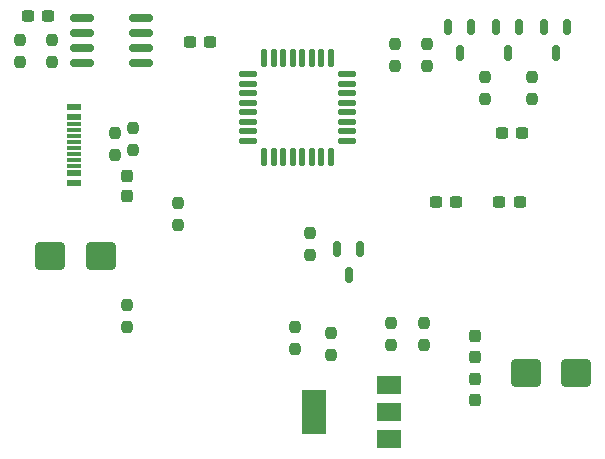
<source format=gbr>
%TF.GenerationSoftware,KiCad,Pcbnew,(6.0.0)*%
%TF.CreationDate,2023-05-26T23:18:24+03:00*%
%TF.ProjectId,uni_mcu_pcb,756e695f-6d63-4755-9f70-63622e6b6963,rev?*%
%TF.SameCoordinates,Original*%
%TF.FileFunction,Paste,Bot*%
%TF.FilePolarity,Positive*%
%FSLAX46Y46*%
G04 Gerber Fmt 4.6, Leading zero omitted, Abs format (unit mm)*
G04 Created by KiCad (PCBNEW (6.0.0)) date 2023-05-26 23:18:24*
%MOMM*%
%LPD*%
G01*
G04 APERTURE LIST*
G04 Aperture macros list*
%AMRoundRect*
0 Rectangle with rounded corners*
0 $1 Rounding radius*
0 $2 $3 $4 $5 $6 $7 $8 $9 X,Y pos of 4 corners*
0 Add a 4 corners polygon primitive as box body*
4,1,4,$2,$3,$4,$5,$6,$7,$8,$9,$2,$3,0*
0 Add four circle primitives for the rounded corners*
1,1,$1+$1,$2,$3*
1,1,$1+$1,$4,$5*
1,1,$1+$1,$6,$7*
1,1,$1+$1,$8,$9*
0 Add four rect primitives between the rounded corners*
20,1,$1+$1,$2,$3,$4,$5,0*
20,1,$1+$1,$4,$5,$6,$7,0*
20,1,$1+$1,$6,$7,$8,$9,0*
20,1,$1+$1,$8,$9,$2,$3,0*%
G04 Aperture macros list end*
%ADD10RoundRect,0.237500X-0.237500X0.250000X-0.237500X-0.250000X0.237500X-0.250000X0.237500X0.250000X0*%
%ADD11RoundRect,0.237500X0.237500X-0.250000X0.237500X0.250000X-0.237500X0.250000X-0.237500X-0.250000X0*%
%ADD12RoundRect,0.150000X-0.825000X-0.150000X0.825000X-0.150000X0.825000X0.150000X-0.825000X0.150000X0*%
%ADD13RoundRect,0.150000X-0.150000X0.512500X-0.150000X-0.512500X0.150000X-0.512500X0.150000X0.512500X0*%
%ADD14RoundRect,0.237500X-0.300000X-0.237500X0.300000X-0.237500X0.300000X0.237500X-0.300000X0.237500X0*%
%ADD15RoundRect,0.125000X0.625000X0.125000X-0.625000X0.125000X-0.625000X-0.125000X0.625000X-0.125000X0*%
%ADD16RoundRect,0.125000X0.125000X0.625000X-0.125000X0.625000X-0.125000X-0.625000X0.125000X-0.625000X0*%
%ADD17RoundRect,0.237500X0.237500X-0.300000X0.237500X0.300000X-0.237500X0.300000X-0.237500X-0.300000X0*%
%ADD18RoundRect,0.250000X1.000000X0.900000X-1.000000X0.900000X-1.000000X-0.900000X1.000000X-0.900000X0*%
%ADD19RoundRect,0.250000X-1.000000X-0.900000X1.000000X-0.900000X1.000000X0.900000X-1.000000X0.900000X0*%
%ADD20RoundRect,0.237500X-0.237500X0.300000X-0.237500X-0.300000X0.237500X-0.300000X0.237500X0.300000X0*%
%ADD21R,2.000000X1.500000*%
%ADD22R,2.000000X3.800000*%
%ADD23R,1.150000X0.600000*%
%ADD24R,1.150000X0.300000*%
G04 APERTURE END LIST*
D10*
%TO.C,R20*%
X117094000Y-153115000D03*
X117094000Y-154940000D03*
%TD*%
D11*
%TO.C,R2*%
X130175000Y-133246500D03*
X130175000Y-131421500D03*
%TD*%
D12*
%TO.C,U2*%
X96077000Y-130175000D03*
X96077000Y-128905000D03*
X96077000Y-127635000D03*
X96077000Y-126365000D03*
X101027000Y-126365000D03*
X101027000Y-127635000D03*
X101027000Y-128905000D03*
X101027000Y-130175000D03*
%TD*%
D13*
%TO.C,Q3*%
X117668000Y-145928500D03*
X119568000Y-145928500D03*
X118618000Y-148203500D03*
%TD*%
D14*
%TO.C,C7*%
X131371000Y-141986000D03*
X133096000Y-141986000D03*
%TD*%
D13*
%TO.C,Q4*%
X127066000Y-127132500D03*
X128966000Y-127132500D03*
X128016000Y-129407500D03*
%TD*%
D10*
%TO.C,R3*%
X115316000Y-144629500D03*
X115316000Y-146454500D03*
%TD*%
D15*
%TO.C,U4*%
X118475000Y-131185000D03*
X118475000Y-131985000D03*
X118475000Y-132785000D03*
X118475000Y-133585000D03*
X118475000Y-134385000D03*
X118475000Y-135185000D03*
X118475000Y-135985000D03*
X118475000Y-136785000D03*
D16*
X117100000Y-138160000D03*
X116300000Y-138160000D03*
X115500000Y-138160000D03*
X114700000Y-138160000D03*
X113900000Y-138160000D03*
X113100000Y-138160000D03*
X112300000Y-138160000D03*
X111500000Y-138160000D03*
D15*
X110125000Y-136785000D03*
X110125000Y-135985000D03*
X110125000Y-135185000D03*
X110125000Y-134385000D03*
X110125000Y-133585000D03*
X110125000Y-132785000D03*
X110125000Y-131985000D03*
X110125000Y-131185000D03*
D16*
X111500000Y-129810000D03*
X112300000Y-129810000D03*
X113100000Y-129810000D03*
X113900000Y-129810000D03*
X114700000Y-129810000D03*
X115500000Y-129810000D03*
X116300000Y-129810000D03*
X117100000Y-129810000D03*
%TD*%
D10*
%TO.C,R19*%
X124968000Y-152249500D03*
X124968000Y-154074500D03*
%TD*%
D11*
%TO.C,R11*%
X98806000Y-137969000D03*
X98806000Y-136144000D03*
%TD*%
%TO.C,R12*%
X122555000Y-130452500D03*
X122555000Y-128627500D03*
%TD*%
D10*
%TO.C,R18*%
X114046000Y-152607000D03*
X114046000Y-154432000D03*
%TD*%
D11*
%TO.C,R16*%
X104140000Y-143914500D03*
X104140000Y-142089500D03*
%TD*%
%TO.C,R4*%
X125222000Y-130452500D03*
X125222000Y-128627500D03*
%TD*%
D17*
%TO.C,C9*%
X129286000Y-158723500D03*
X129286000Y-156998500D03*
%TD*%
D18*
%TO.C,D2*%
X97654000Y-146558000D03*
X93354000Y-146558000D03*
%TD*%
D14*
%TO.C,C5*%
X131598500Y-136144000D03*
X133323500Y-136144000D03*
%TD*%
D10*
%TO.C,R17*%
X122174000Y-152249500D03*
X122174000Y-154074500D03*
%TD*%
D13*
%TO.C,Q1*%
X135194000Y-127132500D03*
X137094000Y-127132500D03*
X136144000Y-129407500D03*
%TD*%
D19*
%TO.C,D3*%
X133604000Y-156464000D03*
X137904000Y-156464000D03*
%TD*%
D14*
%TO.C,C4*%
X105156000Y-128397000D03*
X106881000Y-128397000D03*
%TD*%
D11*
%TO.C,R1*%
X134112000Y-133246500D03*
X134112000Y-131421500D03*
%TD*%
D10*
%TO.C,R27*%
X99822000Y-150725500D03*
X99822000Y-152550500D03*
%TD*%
D11*
%TO.C,R5*%
X90805000Y-130095000D03*
X90805000Y-128270000D03*
%TD*%
D20*
%TO.C,C1*%
X99822000Y-139753000D03*
X99822000Y-141478000D03*
%TD*%
D21*
%TO.C,U5*%
X122022000Y-157466000D03*
X122022000Y-159766000D03*
D22*
X115722000Y-159766000D03*
D21*
X122022000Y-162066000D03*
%TD*%
D14*
%TO.C,C6*%
X125984000Y-141986000D03*
X127709000Y-141986000D03*
%TD*%
%TO.C,C2*%
X91440000Y-126238000D03*
X93165000Y-126238000D03*
%TD*%
D11*
%TO.C,R9*%
X100330000Y-137564500D03*
X100330000Y-135739500D03*
%TD*%
D23*
%TO.C,J1*%
X95374000Y-140360000D03*
X95374000Y-139560000D03*
D24*
X95374000Y-138410000D03*
X95374000Y-137410000D03*
X95374000Y-136910000D03*
X95374000Y-135910000D03*
D23*
X95374000Y-134760000D03*
X95374000Y-133960000D03*
X95374000Y-133960000D03*
X95374000Y-134760000D03*
D24*
X95374000Y-135410000D03*
X95374000Y-136410000D03*
X95374000Y-137910000D03*
X95374000Y-138910000D03*
D23*
X95374000Y-139560000D03*
X95374000Y-140360000D03*
%TD*%
D13*
%TO.C,Q2*%
X131130000Y-127132500D03*
X133030000Y-127132500D03*
X132080000Y-129407500D03*
%TD*%
D17*
%TO.C,C10*%
X129286000Y-155067000D03*
X129286000Y-153342000D03*
%TD*%
D11*
%TO.C,R6*%
X93472000Y-130095000D03*
X93472000Y-128270000D03*
%TD*%
M02*

</source>
